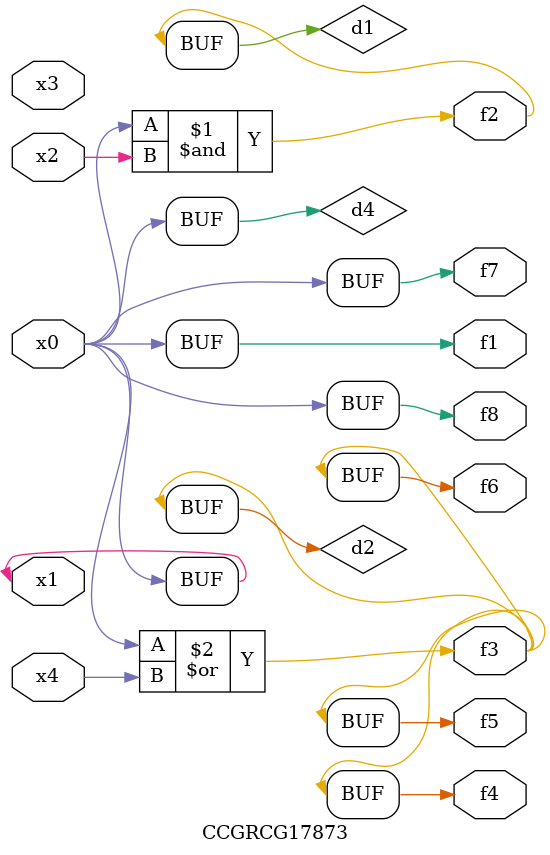
<source format=v>
module CCGRCG17873(
	input x0, x1, x2, x3, x4,
	output f1, f2, f3, f4, f5, f6, f7, f8
);

	wire d1, d2, d3, d4;

	and (d1, x0, x2);
	or (d2, x0, x4);
	nand (d3, x0, x2);
	buf (d4, x0, x1);
	assign f1 = d4;
	assign f2 = d1;
	assign f3 = d2;
	assign f4 = d2;
	assign f5 = d2;
	assign f6 = d2;
	assign f7 = d4;
	assign f8 = d4;
endmodule

</source>
